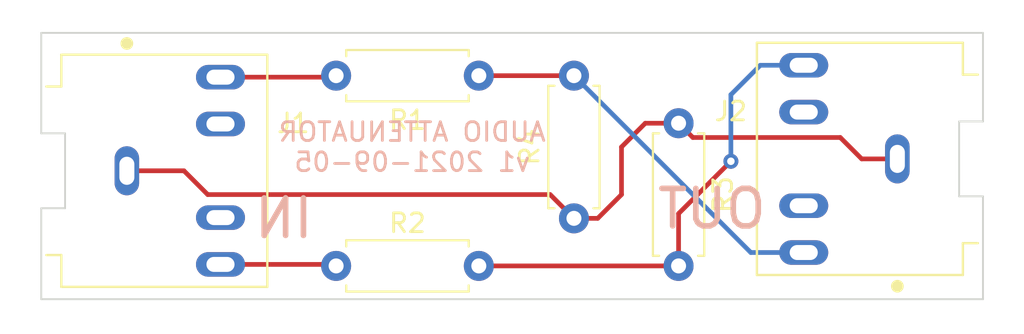
<source format=kicad_pcb>
(kicad_pcb (version 20171130) (host pcbnew "(5.1.10)-1")

  (general
    (thickness 1.6)
    (drawings 15)
    (tracks 27)
    (zones 0)
    (modules 6)
    (nets 10)
  )

  (page A4)
  (layers
    (0 F.Cu signal)
    (31 B.Cu signal)
    (36 B.SilkS user)
    (37 F.SilkS user)
    (38 B.Mask user)
    (39 F.Mask user)
    (40 Dwgs.User user)
    (41 Cmts.User user)
    (42 Eco1.User user)
    (43 Eco2.User user)
    (44 Edge.Cuts user)
    (45 Margin user)
    (46 B.CrtYd user)
    (47 F.CrtYd user)
    (48 B.Fab user)
    (49 F.Fab user)
  )

  (setup
    (last_trace_width 0.1524)
    (trace_clearance 0.1524)
    (zone_clearance 0.508)
    (zone_45_only no)
    (trace_min 0.1524)
    (via_size 0.508)
    (via_drill 0.254)
    (via_min_size 0.508)
    (via_min_drill 0.254)
    (uvia_size 0.3)
    (uvia_drill 0.1)
    (uvias_allowed no)
    (uvia_min_size 0.2)
    (uvia_min_drill 0.1)
    (edge_width 0.05)
    (segment_width 0.2)
    (pcb_text_width 0.3)
    (pcb_text_size 1.5 1.5)
    (mod_edge_width 0.12)
    (mod_text_size 1 1)
    (mod_text_width 0.15)
    (pad_size 1.524 1.524)
    (pad_drill 0.762)
    (pad_to_mask_clearance 0.0508)
    (solder_mask_min_width 0.1016)
    (aux_axis_origin 0 0)
    (visible_elements 7FFFFFFF)
    (pcbplotparams
      (layerselection 0x010fc_ffffffff)
      (usegerberextensions false)
      (usegerberattributes true)
      (usegerberadvancedattributes true)
      (creategerberjobfile true)
      (excludeedgelayer true)
      (linewidth 0.100000)
      (plotframeref false)
      (viasonmask false)
      (mode 1)
      (useauxorigin false)
      (hpglpennumber 1)
      (hpglpenspeed 20)
      (hpglpendiameter 15.000000)
      (psnegative false)
      (psa4output false)
      (plotreference true)
      (plotvalue true)
      (plotinvisibletext false)
      (padsonsilk false)
      (subtractmaskfromsilk false)
      (outputformat 1)
      (mirror false)
      (drillshape 1)
      (scaleselection 1)
      (outputdirectory ""))
  )

  (net 0 "")
  (net 1 "Net-(J1-Pad3)")
  (net 2 "Net-(J1-Pad11)")
  (net 3 "Net-(J1-Pad10)")
  (net 4 "Net-(J1-Pad2)")
  (net 5 "Net-(J1-Pad1)")
  (net 6 "Net-(J2-Pad3)")
  (net 7 "Net-(J2-Pad11)")
  (net 8 "Net-(J2-Pad10)")
  (net 9 "Net-(J2-Pad2)")

  (net_class Default "This is the default net class."
    (clearance 0.1524)
    (trace_width 0.1524)
    (via_dia 0.508)
    (via_drill 0.254)
    (uvia_dia 0.3)
    (uvia_drill 0.1)
    (add_net "Net-(J1-Pad1)")
    (add_net "Net-(J1-Pad10)")
    (add_net "Net-(J1-Pad11)")
    (add_net "Net-(J1-Pad2)")
    (add_net "Net-(J1-Pad3)")
    (add_net "Net-(J2-Pad10)")
    (add_net "Net-(J2-Pad11)")
    (add_net "Net-(J2-Pad2)")
    (add_net "Net-(J2-Pad3)")
  )

  (module SJ1-3525N:CUI_SJ1-3525N (layer F.Cu) (tedit 61343730) (tstamp 61347E45)
    (at 95.504 77.724)
    (path /61342E5F)
    (fp_text reference J1 (at 8.89 -2.54) (layer F.SilkS)
      (effects (font (size 1.000457 1.000457) (thickness 0.15)))
    )
    (fp_text value SJ1-3525N (at 1.016 7.62) (layer F.Fab) hide
      (effects (font (size 1.000307 1.000307) (thickness 0.15)))
    )
    (fp_circle (center 0 -6.8) (end 0.17 -6.8) (layer F.SilkS) (width 0.34))
    (fp_line (start -4.75 3.25) (end -4.75 6.45) (layer F.CrtYd) (width 0.05))
    (fp_line (start -6.75 3.25) (end -4.75 3.25) (layer F.CrtYd) (width 0.05))
    (fp_line (start -6.75 -3.25) (end -6.75 3.25) (layer F.CrtYd) (width 0.05))
    (fp_line (start -4.75 -3.25) (end -6.75 -3.25) (layer F.CrtYd) (width 0.05))
    (fp_line (start -4.75 -6.45) (end -4.75 -3.25) (layer F.CrtYd) (width 0.05))
    (fp_line (start -6.5 3) (end -4.5 3) (layer F.Fab) (width 0.127))
    (fp_line (start -6.5 -3) (end -6.5 3) (layer F.Fab) (width 0.127))
    (fp_line (start -4.5 -3) (end -6.5 -3) (layer F.Fab) (width 0.127))
    (fp_line (start -3.5 4.5) (end -4.3 4.5) (layer F.SilkS) (width 0.127))
    (fp_line (start -3.5 -4.5) (end -4.3 -4.5) (layer F.SilkS) (width 0.127))
    (fp_line (start -3.5 4.5) (end -3.5 6.2) (layer F.SilkS) (width 0.127))
    (fp_line (start -3.5 -6.2) (end -3.5 -4.5) (layer F.SilkS) (width 0.127))
    (fp_line (start -3.5 4.5) (end -3.5 6.2) (layer F.Fab) (width 0.127))
    (fp_line (start -4.5 4.5) (end -3.5 4.5) (layer F.Fab) (width 0.127))
    (fp_line (start -4.5 3) (end -4.5 4.5) (layer F.Fab) (width 0.127))
    (fp_line (start -4.5 -3) (end -4.5 3) (layer F.Fab) (width 0.127))
    (fp_line (start -4.5 -4.5) (end -4.5 -3) (layer F.Fab) (width 0.127))
    (fp_line (start -3.5 -4.5) (end -4.5 -4.5) (layer F.Fab) (width 0.127))
    (fp_line (start -3.5 -6.2) (end -3.5 -4.5) (layer F.Fab) (width 0.127))
    (fp_line (start 7.5 6.2) (end -3.5 6.2) (layer F.Fab) (width 0.127))
    (fp_line (start 7.5 -6.2) (end 7.5 6.2) (layer F.Fab) (width 0.127))
    (fp_line (start 7.5 -6.2) (end -3.5 -6.2) (layer F.Fab) (width 0.127))
    (fp_line (start -4.75 -6.45) (end 7.75 -6.45) (layer F.CrtYd) (width 0.05))
    (fp_line (start 7.75 6.45) (end -4.75 6.45) (layer F.CrtYd) (width 0.05))
    (fp_line (start 7.75 -6.45) (end 7.75 6.45) (layer F.CrtYd) (width 0.05))
    (fp_line (start 7.5 -6.2) (end -3.5 -6.2) (layer F.SilkS) (width 0.127))
    (fp_line (start 7.5 6.2) (end -3.5 6.2) (layer F.SilkS) (width 0.127))
    (fp_line (start 7.5 -6.2) (end 7.5 6.2) (layer F.SilkS) (width 0.127))
    (fp_line (start -4.572 2) (end -4.572 6.096) (layer Edge.Cuts) (width 0.0001))
    (fp_line (start -3.3 2) (end -4.572 2) (layer Edge.Cuts) (width 0.0001))
    (fp_line (start -3.3 -2) (end -3.3 2) (layer Edge.Cuts) (width 0.0001))
    (fp_line (start -4.572 -2) (end -3.3 -2) (layer Edge.Cuts) (width 0.0001))
    (fp_line (start -4.572 -6.096) (end -4.572 -2) (layer Edge.Cuts) (width 0.0001))
    (pad None np_thru_hole circle (at 0 5) (size 1.2 1.2) (drill 1.2) (layers *.Cu *.Mask))
    (pad None np_thru_hole circle (at -2.5 5) (size 1.2 1.2) (drill 1.2) (layers *.Cu *.Mask))
    (pad None np_thru_hole circle (at 5 0) (size 1.2 1.2) (drill 1.2) (layers *.Cu *.Mask))
    (pad None np_thru_hole circle (at 0 -5) (size 1.2 1.2) (drill 1.2) (layers *.Cu *.Mask))
    (pad None np_thru_hole circle (at -2.5 -5) (size 1.2 1.2) (drill 1.2) (layers *.Cu *.Mask))
    (pad 3 thru_hole oval (at 5 -5) (size 2.616 1.308) (drill oval 1.5 0.8) (layers *.Cu *.Mask)
      (net 1 "Net-(J1-Pad3)"))
    (pad 11 thru_hole oval (at 5 -2.5) (size 2.616 1.308) (drill oval 1.5 0.8) (layers *.Cu *.Mask)
      (net 2 "Net-(J1-Pad11)"))
    (pad 10 thru_hole oval (at 5 2.5) (size 2.616 1.308) (drill oval 1.5 0.8) (layers *.Cu *.Mask)
      (net 3 "Net-(J1-Pad10)"))
    (pad 2 thru_hole oval (at 5 5) (size 2.616 1.308) (drill oval 1.5 0.8) (layers *.Cu *.Mask)
      (net 4 "Net-(J1-Pad2)"))
    (pad 1 thru_hole oval (at 0 0) (size 1.308 2.616) (drill oval 0.8 1.5) (layers *.Cu *.Mask)
      (net 5 "Net-(J1-Pad1)"))
  )

  (module SJ1-3525N:CUI_SJ1-3525N (layer F.Cu) (tedit 613435F7) (tstamp 61347E76)
    (at 136.652 77.089 180)
    (path /61347F3C)
    (fp_text reference J2 (at 8.89 2.54 180) (layer F.SilkS)
      (effects (font (size 1.000457 1.000457) (thickness 0.15)))
    )
    (fp_text value SJ1-3525N (at 4.756465 7.637335 180) (layer F.Fab)
      (effects (font (size 1.000307 1.000307) (thickness 0.15)))
    )
    (fp_circle (center 0 -6.8) (end 0.17 -6.8) (layer F.SilkS) (width 0.34))
    (fp_line (start -4.75 3.25) (end -4.75 6.45) (layer F.CrtYd) (width 0.05))
    (fp_line (start -6.75 3.25) (end -4.75 3.25) (layer F.CrtYd) (width 0.05))
    (fp_line (start -6.75 -3.25) (end -6.75 3.25) (layer F.CrtYd) (width 0.05))
    (fp_line (start -4.75 -3.25) (end -6.75 -3.25) (layer F.CrtYd) (width 0.05))
    (fp_line (start -4.75 -6.45) (end -4.75 -3.25) (layer F.CrtYd) (width 0.05))
    (fp_line (start -6.5 3) (end -4.5 3) (layer F.Fab) (width 0.127))
    (fp_line (start -6.5 -3) (end -6.5 3) (layer F.Fab) (width 0.127))
    (fp_line (start -4.5 -3) (end -6.5 -3) (layer F.Fab) (width 0.127))
    (fp_line (start -3.5 4.5) (end -4.3 4.5) (layer F.SilkS) (width 0.127))
    (fp_line (start -3.5 -4.5) (end -4.3 -4.5) (layer F.SilkS) (width 0.127))
    (fp_line (start -3.5 4.5) (end -3.5 6.2) (layer F.SilkS) (width 0.127))
    (fp_line (start -3.5 -6.2) (end -3.5 -4.5) (layer F.SilkS) (width 0.127))
    (fp_line (start -3.5 4.5) (end -3.5 6.2) (layer F.Fab) (width 0.127))
    (fp_line (start -4.5 4.5) (end -3.5 4.5) (layer F.Fab) (width 0.127))
    (fp_line (start -4.5 3) (end -4.5 4.5) (layer F.Fab) (width 0.127))
    (fp_line (start -4.5 -3) (end -4.5 3) (layer F.Fab) (width 0.127))
    (fp_line (start -4.5 -4.5) (end -4.5 -3) (layer F.Fab) (width 0.127))
    (fp_line (start -3.5 -4.5) (end -4.5 -4.5) (layer F.Fab) (width 0.127))
    (fp_line (start -3.5 -6.2) (end -3.5 -4.5) (layer F.Fab) (width 0.127))
    (fp_line (start 7.5 6.2) (end -3.5 6.2) (layer F.Fab) (width 0.127))
    (fp_line (start 7.5 -6.2) (end 7.5 6.2) (layer F.Fab) (width 0.127))
    (fp_line (start 7.5 -6.2) (end -3.5 -6.2) (layer F.Fab) (width 0.127))
    (fp_line (start -4.75 -6.45) (end 7.75 -6.45) (layer F.CrtYd) (width 0.05))
    (fp_line (start 7.75 6.45) (end -4.75 6.45) (layer F.CrtYd) (width 0.05))
    (fp_line (start 7.75 -6.45) (end 7.75 6.45) (layer F.CrtYd) (width 0.05))
    (fp_line (start 7.5 -6.2) (end -3.5 -6.2) (layer F.SilkS) (width 0.127))
    (fp_line (start 7.5 6.2) (end -3.5 6.2) (layer F.SilkS) (width 0.127))
    (fp_line (start 7.5 -6.2) (end 7.5 6.2) (layer F.SilkS) (width 0.127))
    (fp_line (start -4.572 2) (end -4.572 6.096) (layer Edge.Cuts) (width 0.0001))
    (fp_line (start -3.3 2) (end -4.572 2) (layer Edge.Cuts) (width 0.0001))
    (fp_line (start -3.3 -2) (end -3.3 2) (layer Edge.Cuts) (width 0.0001))
    (fp_line (start -4.572 -2) (end -3.3 -2) (layer Edge.Cuts) (width 0.0001))
    (fp_line (start -4.572 -6.096) (end -4.572 -2) (layer Edge.Cuts) (width 0.0001))
    (pad None np_thru_hole circle (at 0 5 180) (size 1.2 1.2) (drill 1.2) (layers *.Cu *.Mask))
    (pad None np_thru_hole circle (at -2.5 5 180) (size 1.2 1.2) (drill 1.2) (layers *.Cu *.Mask))
    (pad None np_thru_hole circle (at 5 0 180) (size 1.2 1.2) (drill 1.2) (layers *.Cu *.Mask))
    (pad None np_thru_hole circle (at 0 -5 180) (size 1.2 1.2) (drill 1.2) (layers *.Cu *.Mask))
    (pad None np_thru_hole circle (at -2.5 -5 180) (size 1.2 1.2) (drill 1.2) (layers *.Cu *.Mask))
    (pad 3 thru_hole oval (at 5 -5 180) (size 2.616 1.308) (drill oval 1.5 0.8) (layers *.Cu *.Mask)
      (net 6 "Net-(J2-Pad3)"))
    (pad 11 thru_hole oval (at 5 -2.5 180) (size 2.616 1.308) (drill oval 1.5 0.8) (layers *.Cu *.Mask)
      (net 7 "Net-(J2-Pad11)"))
    (pad 10 thru_hole oval (at 5 2.5 180) (size 2.616 1.308) (drill oval 1.5 0.8) (layers *.Cu *.Mask)
      (net 8 "Net-(J2-Pad10)"))
    (pad 2 thru_hole oval (at 5 5 180) (size 2.616 1.308) (drill oval 1.5 0.8) (layers *.Cu *.Mask)
      (net 9 "Net-(J2-Pad2)"))
    (pad 1 thru_hole oval (at 0 0 180) (size 1.308 2.616) (drill oval 0.8 1.5) (layers *.Cu *.Mask)
      (net 5 "Net-(J1-Pad1)"))
  )

  (module Resistor_THT:R_Axial_DIN0207_L6.3mm_D2.5mm_P7.62mm_Horizontal (layer F.Cu) (tedit 5AE5139B) (tstamp 61347ED2)
    (at 119.38 80.264 90)
    (descr "Resistor, Axial_DIN0207 series, Axial, Horizontal, pin pitch=7.62mm, 0.25W = 1/4W, length*diameter=6.3*2.5mm^2, http://cdn-reichelt.de/documents/datenblatt/B400/1_4W%23YAG.pdf")
    (tags "Resistor Axial_DIN0207 series Axial Horizontal pin pitch 7.62mm 0.25W = 1/4W length 6.3mm diameter 2.5mm")
    (path /611522E0)
    (fp_text reference R4 (at 3.81 -2.37 90) (layer F.SilkS)
      (effects (font (size 1 1) (thickness 0.15)))
    )
    (fp_text value 420 (at 3.81 2.37 90) (layer F.Fab)
      (effects (font (size 1 1) (thickness 0.15)))
    )
    (fp_line (start 8.67 -1.5) (end -1.05 -1.5) (layer F.CrtYd) (width 0.05))
    (fp_line (start 8.67 1.5) (end 8.67 -1.5) (layer F.CrtYd) (width 0.05))
    (fp_line (start -1.05 1.5) (end 8.67 1.5) (layer F.CrtYd) (width 0.05))
    (fp_line (start -1.05 -1.5) (end -1.05 1.5) (layer F.CrtYd) (width 0.05))
    (fp_line (start 7.08 1.37) (end 7.08 1.04) (layer F.SilkS) (width 0.12))
    (fp_line (start 0.54 1.37) (end 7.08 1.37) (layer F.SilkS) (width 0.12))
    (fp_line (start 0.54 1.04) (end 0.54 1.37) (layer F.SilkS) (width 0.12))
    (fp_line (start 7.08 -1.37) (end 7.08 -1.04) (layer F.SilkS) (width 0.12))
    (fp_line (start 0.54 -1.37) (end 7.08 -1.37) (layer F.SilkS) (width 0.12))
    (fp_line (start 0.54 -1.04) (end 0.54 -1.37) (layer F.SilkS) (width 0.12))
    (fp_line (start 7.62 0) (end 6.96 0) (layer F.Fab) (width 0.1))
    (fp_line (start 0 0) (end 0.66 0) (layer F.Fab) (width 0.1))
    (fp_line (start 6.96 -1.25) (end 0.66 -1.25) (layer F.Fab) (width 0.1))
    (fp_line (start 6.96 1.25) (end 6.96 -1.25) (layer F.Fab) (width 0.1))
    (fp_line (start 0.66 1.25) (end 6.96 1.25) (layer F.Fab) (width 0.1))
    (fp_line (start 0.66 -1.25) (end 0.66 1.25) (layer F.Fab) (width 0.1))
    (fp_text user %R (at 3.81 0 90) (layer F.Fab)
      (effects (font (size 1 1) (thickness 0.15)))
    )
    (pad 2 thru_hole oval (at 7.62 0 90) (size 1.6 1.6) (drill 0.8) (layers *.Cu *.Mask)
      (net 6 "Net-(J2-Pad3)"))
    (pad 1 thru_hole circle (at 0 0 90) (size 1.6 1.6) (drill 0.8) (layers *.Cu *.Mask)
      (net 5 "Net-(J1-Pad1)"))
    (model ${KISYS3DMOD}/Resistor_THT.3dshapes/R_Axial_DIN0207_L6.3mm_D2.5mm_P7.62mm_Horizontal.wrl
      (at (xyz 0 0 0))
      (scale (xyz 1 1 1))
      (rotate (xyz 0 0 0))
    )
  )

  (module Resistor_THT:R_Axial_DIN0207_L6.3mm_D2.5mm_P7.62mm_Horizontal (layer F.Cu) (tedit 5AE5139B) (tstamp 61347EBB)
    (at 124.968 75.184 270)
    (descr "Resistor, Axial_DIN0207 series, Axial, Horizontal, pin pitch=7.62mm, 0.25W = 1/4W, length*diameter=6.3*2.5mm^2, http://cdn-reichelt.de/documents/datenblatt/B400/1_4W%23YAG.pdf")
    (tags "Resistor Axial_DIN0207 series Axial Horizontal pin pitch 7.62mm 0.25W = 1/4W length 6.3mm diameter 2.5mm")
    (path /61150F26)
    (fp_text reference R3 (at 3.81 -2.37 90) (layer F.SilkS)
      (effects (font (size 1 1) (thickness 0.15)))
    )
    (fp_text value 420 (at 3.81 2.37 90) (layer F.Fab)
      (effects (font (size 1 1) (thickness 0.15)))
    )
    (fp_line (start 8.67 -1.5) (end -1.05 -1.5) (layer F.CrtYd) (width 0.05))
    (fp_line (start 8.67 1.5) (end 8.67 -1.5) (layer F.CrtYd) (width 0.05))
    (fp_line (start -1.05 1.5) (end 8.67 1.5) (layer F.CrtYd) (width 0.05))
    (fp_line (start -1.05 -1.5) (end -1.05 1.5) (layer F.CrtYd) (width 0.05))
    (fp_line (start 7.08 1.37) (end 7.08 1.04) (layer F.SilkS) (width 0.12))
    (fp_line (start 0.54 1.37) (end 7.08 1.37) (layer F.SilkS) (width 0.12))
    (fp_line (start 0.54 1.04) (end 0.54 1.37) (layer F.SilkS) (width 0.12))
    (fp_line (start 7.08 -1.37) (end 7.08 -1.04) (layer F.SilkS) (width 0.12))
    (fp_line (start 0.54 -1.37) (end 7.08 -1.37) (layer F.SilkS) (width 0.12))
    (fp_line (start 0.54 -1.04) (end 0.54 -1.37) (layer F.SilkS) (width 0.12))
    (fp_line (start 7.62 0) (end 6.96 0) (layer F.Fab) (width 0.1))
    (fp_line (start 0 0) (end 0.66 0) (layer F.Fab) (width 0.1))
    (fp_line (start 6.96 -1.25) (end 0.66 -1.25) (layer F.Fab) (width 0.1))
    (fp_line (start 6.96 1.25) (end 6.96 -1.25) (layer F.Fab) (width 0.1))
    (fp_line (start 0.66 1.25) (end 6.96 1.25) (layer F.Fab) (width 0.1))
    (fp_line (start 0.66 -1.25) (end 0.66 1.25) (layer F.Fab) (width 0.1))
    (fp_text user %R (at 3.81 0 90) (layer F.Fab)
      (effects (font (size 1 1) (thickness 0.15)))
    )
    (pad 2 thru_hole oval (at 7.62 0 270) (size 1.6 1.6) (drill 0.8) (layers *.Cu *.Mask)
      (net 9 "Net-(J2-Pad2)"))
    (pad 1 thru_hole circle (at 0 0 270) (size 1.6 1.6) (drill 0.8) (layers *.Cu *.Mask)
      (net 5 "Net-(J1-Pad1)"))
    (model ${KISYS3DMOD}/Resistor_THT.3dshapes/R_Axial_DIN0207_L6.3mm_D2.5mm_P7.62mm_Horizontal.wrl
      (at (xyz 0 0 0))
      (scale (xyz 1 1 1))
      (rotate (xyz 0 0 0))
    )
  )

  (module Resistor_THT:R_Axial_DIN0207_L6.3mm_D2.5mm_P7.62mm_Horizontal (layer F.Cu) (tedit 5AE5139B) (tstamp 61347EA4)
    (at 114.3 82.804 180)
    (descr "Resistor, Axial_DIN0207 series, Axial, Horizontal, pin pitch=7.62mm, 0.25W = 1/4W, length*diameter=6.3*2.5mm^2, http://cdn-reichelt.de/documents/datenblatt/B400/1_4W%23YAG.pdf")
    (tags "Resistor Axial_DIN0207 series Axial Horizontal pin pitch 7.62mm 0.25W = 1/4W length 6.3mm diameter 2.5mm")
    (path /61151C01)
    (fp_text reference R2 (at 3.81 2.286) (layer F.SilkS)
      (effects (font (size 1 1) (thickness 0.15)))
    )
    (fp_text value 42 (at 4.064 -2.794) (layer F.Fab)
      (effects (font (size 1 1) (thickness 0.15)))
    )
    (fp_line (start 8.67 -1.5) (end -1.05 -1.5) (layer F.CrtYd) (width 0.05))
    (fp_line (start 8.67 1.5) (end 8.67 -1.5) (layer F.CrtYd) (width 0.05))
    (fp_line (start -1.05 1.5) (end 8.67 1.5) (layer F.CrtYd) (width 0.05))
    (fp_line (start -1.05 -1.5) (end -1.05 1.5) (layer F.CrtYd) (width 0.05))
    (fp_line (start 7.08 1.37) (end 7.08 1.04) (layer F.SilkS) (width 0.12))
    (fp_line (start 0.54 1.37) (end 7.08 1.37) (layer F.SilkS) (width 0.12))
    (fp_line (start 0.54 1.04) (end 0.54 1.37) (layer F.SilkS) (width 0.12))
    (fp_line (start 7.08 -1.37) (end 7.08 -1.04) (layer F.SilkS) (width 0.12))
    (fp_line (start 0.54 -1.37) (end 7.08 -1.37) (layer F.SilkS) (width 0.12))
    (fp_line (start 0.54 -1.04) (end 0.54 -1.37) (layer F.SilkS) (width 0.12))
    (fp_line (start 7.62 0) (end 6.96 0) (layer F.Fab) (width 0.1))
    (fp_line (start 0 0) (end 0.66 0) (layer F.Fab) (width 0.1))
    (fp_line (start 6.96 -1.25) (end 0.66 -1.25) (layer F.Fab) (width 0.1))
    (fp_line (start 6.96 1.25) (end 6.96 -1.25) (layer F.Fab) (width 0.1))
    (fp_line (start 0.66 1.25) (end 6.96 1.25) (layer F.Fab) (width 0.1))
    (fp_line (start 0.66 -1.25) (end 0.66 1.25) (layer F.Fab) (width 0.1))
    (fp_text user %R (at 3.81 0) (layer F.Fab)
      (effects (font (size 1 1) (thickness 0.15)))
    )
    (pad 2 thru_hole oval (at 7.62 0 180) (size 1.6 1.6) (drill 0.8) (layers *.Cu *.Mask)
      (net 4 "Net-(J1-Pad2)"))
    (pad 1 thru_hole circle (at 0 0 180) (size 1.6 1.6) (drill 0.8) (layers *.Cu *.Mask)
      (net 9 "Net-(J2-Pad2)"))
    (model ${KISYS3DMOD}/Resistor_THT.3dshapes/R_Axial_DIN0207_L6.3mm_D2.5mm_P7.62mm_Horizontal.wrl
      (at (xyz 0 0 0))
      (scale (xyz 1 1 1))
      (rotate (xyz 0 0 0))
    )
  )

  (module Resistor_THT:R_Axial_DIN0207_L6.3mm_D2.5mm_P7.62mm_Horizontal (layer F.Cu) (tedit 5AE5139B) (tstamp 61347E8D)
    (at 114.3 72.644 180)
    (descr "Resistor, Axial_DIN0207 series, Axial, Horizontal, pin pitch=7.62mm, 0.25W = 1/4W, length*diameter=6.3*2.5mm^2, http://cdn-reichelt.de/documents/datenblatt/B400/1_4W%23YAG.pdf")
    (tags "Resistor Axial_DIN0207 series Axial Horizontal pin pitch 7.62mm 0.25W = 1/4W length 6.3mm diameter 2.5mm")
    (path /6114FDBF)
    (fp_text reference R1 (at 3.81 -2.37) (layer F.SilkS)
      (effects (font (size 1 1) (thickness 0.15)))
    )
    (fp_text value 42 (at 3.81 2.37) (layer F.Fab)
      (effects (font (size 1 1) (thickness 0.15)))
    )
    (fp_line (start 8.67 -1.5) (end -1.05 -1.5) (layer F.CrtYd) (width 0.05))
    (fp_line (start 8.67 1.5) (end 8.67 -1.5) (layer F.CrtYd) (width 0.05))
    (fp_line (start -1.05 1.5) (end 8.67 1.5) (layer F.CrtYd) (width 0.05))
    (fp_line (start -1.05 -1.5) (end -1.05 1.5) (layer F.CrtYd) (width 0.05))
    (fp_line (start 7.08 1.37) (end 7.08 1.04) (layer F.SilkS) (width 0.12))
    (fp_line (start 0.54 1.37) (end 7.08 1.37) (layer F.SilkS) (width 0.12))
    (fp_line (start 0.54 1.04) (end 0.54 1.37) (layer F.SilkS) (width 0.12))
    (fp_line (start 7.08 -1.37) (end 7.08 -1.04) (layer F.SilkS) (width 0.12))
    (fp_line (start 0.54 -1.37) (end 7.08 -1.37) (layer F.SilkS) (width 0.12))
    (fp_line (start 0.54 -1.04) (end 0.54 -1.37) (layer F.SilkS) (width 0.12))
    (fp_line (start 7.62 0) (end 6.96 0) (layer F.Fab) (width 0.1))
    (fp_line (start 0 0) (end 0.66 0) (layer F.Fab) (width 0.1))
    (fp_line (start 6.96 -1.25) (end 0.66 -1.25) (layer F.Fab) (width 0.1))
    (fp_line (start 6.96 1.25) (end 6.96 -1.25) (layer F.Fab) (width 0.1))
    (fp_line (start 0.66 1.25) (end 6.96 1.25) (layer F.Fab) (width 0.1))
    (fp_line (start 0.66 -1.25) (end 0.66 1.25) (layer F.Fab) (width 0.1))
    (fp_text user %R (at 3.81 0) (layer F.Fab)
      (effects (font (size 1 1) (thickness 0.15)))
    )
    (pad 2 thru_hole oval (at 7.62 0 180) (size 1.6 1.6) (drill 0.8) (layers *.Cu *.Mask)
      (net 1 "Net-(J1-Pad3)"))
    (pad 1 thru_hole circle (at 0 0 180) (size 1.6 1.6) (drill 0.8) (layers *.Cu *.Mask)
      (net 6 "Net-(J2-Pad3)"))
    (model ${KISYS3DMOD}/Resistor_THT.3dshapes/R_Axial_DIN0207_L6.3mm_D2.5mm_P7.62mm_Horizontal.wrl
      (at (xyz 0 0 0))
      (scale (xyz 1 1 1))
      (rotate (xyz 0 0 0))
    )
  )

  (gr_line (start 141.224 70.358) (end 141.224 75.089) (layer Edge.Cuts) (width 0.1))
  (gr_line (start 90.932 70.358) (end 141.224 70.358) (layer Edge.Cuts) (width 0.1))
  (gr_line (start 90.932 75.724) (end 90.932 70.358) (layer Edge.Cuts) (width 0.1))
  (gr_line (start 92.204 75.724) (end 90.932 75.724) (layer Edge.Cuts) (width 0.1))
  (gr_line (start 92.204 79.724) (end 92.204 75.724) (layer Edge.Cuts) (width 0.1))
  (gr_line (start 90.932 79.724) (end 92.204 79.724) (layer Edge.Cuts) (width 0.1))
  (gr_line (start 90.932 84.582) (end 90.932 79.724) (layer Edge.Cuts) (width 0.1))
  (gr_line (start 141.224 84.582) (end 90.932 84.582) (layer Edge.Cuts) (width 0.1))
  (gr_line (start 141.224 79.089) (end 141.224 84.582) (layer Edge.Cuts) (width 0.1))
  (gr_line (start 139.952 79.089) (end 141.224 79.089) (layer Edge.Cuts) (width 0.1))
  (gr_line (start 139.952 75.089) (end 139.952 79.089) (layer Edge.Cuts) (width 0.1))
  (gr_line (start 141.224 75.089) (end 139.952 75.089) (layer Edge.Cuts) (width 0.1))
  (gr_text OUT (at 126.746 79.756) (layer B.SilkS) (tstamp 61344A27)
    (effects (font (size 2 2) (thickness 0.3)) (justify mirror))
  )
  (gr_text IN (at 103.886 80.264) (layer B.SilkS)
    (effects (font (size 2 2) (thickness 0.3)) (justify mirror))
  )
  (gr_text "AUDIO ATTENUATOR\nv1 2021-09-05" (at 110.744 76.454) (layer B.SilkS)
    (effects (font (size 1 1) (thickness 0.15)) (justify mirror))
  )

  (segment (start 106.6 72.724) (end 106.68 72.644) (width 0.25) (layer F.Cu) (net 1))
  (segment (start 100.504 72.724) (end 106.6 72.724) (width 0.25) (layer F.Cu) (net 1))
  (segment (start 106.6 82.724) (end 106.68 82.804) (width 0.25) (layer F.Cu) (net 4))
  (segment (start 100.504 82.724) (end 106.6 82.724) (width 0.25) (layer F.Cu) (net 4))
  (segment (start 95.504 77.724) (end 98.552 77.724) (width 0.25) (layer F.Cu) (net 5))
  (segment (start 98.552 77.724) (end 99.822 78.994) (width 0.25) (layer F.Cu) (net 5))
  (segment (start 118.11 78.994) (end 119.38 80.264) (width 0.25) (layer F.Cu) (net 5))
  (segment (start 99.822 78.994) (end 118.11 78.994) (width 0.25) (layer F.Cu) (net 5))
  (segment (start 136.652 77.089) (end 134.747 77.089) (width 0.25) (layer F.Cu) (net 5))
  (segment (start 134.747 77.089) (end 133.604 75.946) (width 0.25) (layer F.Cu) (net 5))
  (segment (start 125.73 75.946) (end 124.968 75.184) (width 0.25) (layer F.Cu) (net 5))
  (segment (start 133.604 75.946) (end 125.73 75.946) (width 0.25) (layer F.Cu) (net 5))
  (segment (start 119.38 80.264) (end 120.65 80.264) (width 0.25) (layer F.Cu) (net 5))
  (segment (start 120.65 80.264) (end 121.92 78.994) (width 0.25) (layer F.Cu) (net 5))
  (segment (start 121.92 78.994) (end 121.92 76.454) (width 0.25) (layer F.Cu) (net 5))
  (segment (start 123.19 75.184) (end 124.968 75.184) (width 0.25) (layer F.Cu) (net 5))
  (segment (start 121.92 76.454) (end 123.19 75.184) (width 0.25) (layer F.Cu) (net 5))
  (segment (start 114.3 72.644) (end 119.38 72.644) (width 0.25) (layer F.Cu) (net 6))
  (segment (start 128.825 82.089) (end 131.652 82.089) (width 0.25) (layer B.Cu) (net 6))
  (segment (start 119.38 72.644) (end 128.825 82.089) (width 0.25) (layer B.Cu) (net 6))
  (segment (start 114.3 82.804) (end 124.968 82.804) (width 0.25) (layer F.Cu) (net 9))
  (via (at 127.762 77.216) (size 0.8) (drill 0.4) (layers F.Cu B.Cu) (net 9))
  (segment (start 124.968 80.01) (end 127.762 77.216) (width 0.25) (layer F.Cu) (net 9))
  (segment (start 124.968 82.804) (end 124.968 80.01) (width 0.25) (layer F.Cu) (net 9))
  (segment (start 127.762 77.216) (end 127.762 73.66) (width 0.25) (layer B.Cu) (net 9))
  (segment (start 129.333 72.089) (end 131.652 72.089) (width 0.25) (layer B.Cu) (net 9))
  (segment (start 127.762 73.66) (end 129.333 72.089) (width 0.25) (layer B.Cu) (net 9))

)

</source>
